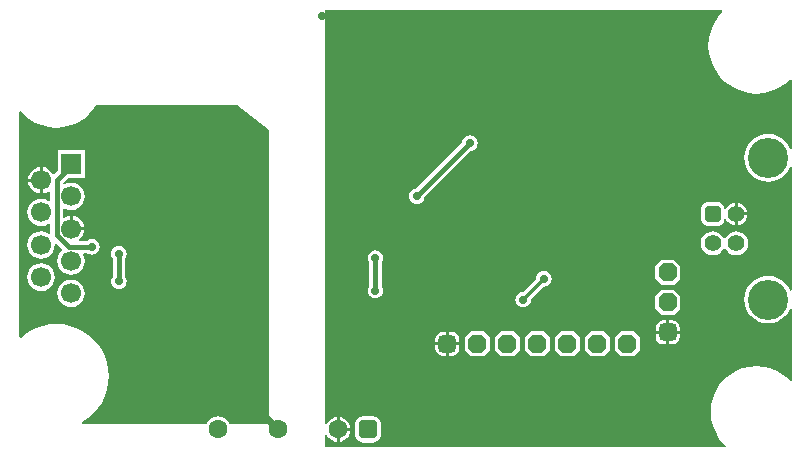
<source format=gbl>
G04*
G04 #@! TF.GenerationSoftware,Altium Limited,Altium Designer,23.2.1 (34)*
G04*
G04 Layer_Physical_Order=2*
G04 Layer_Color=16711680*
%FSLAX25Y25*%
%MOIN*%
G70*
G04*
G04 #@! TF.SameCoordinates,F4FF07CF-D98B-406E-856D-297B6A820A95*
G04*
G04*
G04 #@! TF.FilePolarity,Positive*
G04*
G01*
G75*
%ADD30C,0.01181*%
%ADD66C,0.01575*%
%ADD67C,0.02362*%
%ADD71C,0.06693*%
%ADD72R,0.06693X0.06693*%
G04:AMPARAMS|DCode=73|XSize=59.06mil|YSize=59.06mil|CornerRadius=0mil|HoleSize=0mil|Usage=FLASHONLY|Rotation=0.000|XOffset=0mil|YOffset=0mil|HoleType=Round|Shape=Octagon|*
%AMOCTAGOND73*
4,1,8,0.02953,-0.01476,0.02953,0.01476,0.01476,0.02953,-0.01476,0.02953,-0.02953,0.01476,-0.02953,-0.01476,-0.01476,-0.02953,0.01476,-0.02953,0.02953,-0.01476,0.0*
%
%ADD73OCTAGOND73*%

G04:AMPARAMS|DCode=74|XSize=59.06mil|YSize=59.06mil|CornerRadius=14.76mil|HoleSize=0mil|Usage=FLASHONLY|Rotation=0.000|XOffset=0mil|YOffset=0mil|HoleType=Round|Shape=RoundedRectangle|*
%AMROUNDEDRECTD74*
21,1,0.05906,0.02953,0,0,0.0*
21,1,0.02953,0.05906,0,0,0.0*
1,1,0.02953,0.01476,-0.01476*
1,1,0.02953,-0.01476,-0.01476*
1,1,0.02953,-0.01476,0.01476*
1,1,0.02953,0.01476,0.01476*
%
%ADD74ROUNDEDRECTD74*%
G04:AMPARAMS|DCode=75|XSize=59.06mil|YSize=59.06mil|CornerRadius=0mil|HoleSize=0mil|Usage=FLASHONLY|Rotation=90.000|XOffset=0mil|YOffset=0mil|HoleType=Round|Shape=Octagon|*
%AMOCTAGOND75*
4,1,8,0.01476,0.02953,-0.01476,0.02953,-0.02953,0.01476,-0.02953,-0.01476,-0.01476,-0.02953,0.01476,-0.02953,0.02953,-0.01476,0.02953,0.01476,0.01476,0.02953,0.0*
%
%ADD75OCTAGOND75*%

G04:AMPARAMS|DCode=76|XSize=59.06mil|YSize=59.06mil|CornerRadius=14.76mil|HoleSize=0mil|Usage=FLASHONLY|Rotation=90.000|XOffset=0mil|YOffset=0mil|HoleType=Round|Shape=RoundedRectangle|*
%AMROUNDEDRECTD76*
21,1,0.05906,0.02953,0,0,90.0*
21,1,0.02953,0.05906,0,0,90.0*
1,1,0.02953,0.01476,0.01476*
1,1,0.02953,0.01476,-0.01476*
1,1,0.02953,-0.01476,-0.01476*
1,1,0.02953,-0.01476,0.01476*
%
%ADD76ROUNDEDRECTD76*%
%ADD77C,0.13386*%
%ADD78C,0.05512*%
G04:AMPARAMS|DCode=79|XSize=55.12mil|YSize=55.12mil|CornerRadius=13.78mil|HoleSize=0mil|Usage=FLASHONLY|Rotation=90.000|XOffset=0mil|YOffset=0mil|HoleType=Round|Shape=RoundedRectangle|*
%AMROUNDEDRECTD79*
21,1,0.05512,0.02756,0,0,90.0*
21,1,0.02756,0.05512,0,0,90.0*
1,1,0.02756,0.01378,0.01378*
1,1,0.02756,0.01378,-0.01378*
1,1,0.02756,-0.01378,-0.01378*
1,1,0.02756,-0.01378,0.01378*
%
%ADD79ROUNDEDRECTD79*%
%ADD80C,0.06299*%
G04:AMPARAMS|DCode=81|XSize=62.99mil|YSize=62.99mil|CornerRadius=15.75mil|HoleSize=0mil|Usage=FLASHONLY|Rotation=0.000|XOffset=0mil|YOffset=0mil|HoleType=Round|Shape=RoundedRectangle|*
%AMROUNDEDRECTD81*
21,1,0.06299,0.03150,0,0,0.0*
21,1,0.03150,0.06299,0,0,0.0*
1,1,0.03150,0.01575,-0.01575*
1,1,0.03150,-0.01575,-0.01575*
1,1,0.03150,-0.01575,0.01575*
1,1,0.03150,0.01575,0.01575*
%
%ADD81ROUNDEDRECTD81*%
%ADD82C,0.02756*%
G36*
X93504Y109663D02*
X93504Y80568D01*
X93504Y77906D01*
Y68835D01*
X93504Y60590D01*
Y56384D01*
Y52904D01*
Y41600D01*
X93504Y40000D01*
Y33825D01*
Y31745D01*
Y27559D01*
Y23373D01*
X93504Y20802D01*
Y17630D01*
Y12807D01*
X93497Y12802D01*
X92832Y11935D01*
X92781Y11811D01*
X80349D01*
X80256Y12036D01*
X79559Y12945D01*
X78650Y13642D01*
X77592Y14080D01*
X76457Y14230D01*
X75321Y14080D01*
X74263Y13642D01*
X73355Y12945D01*
X72657Y12036D01*
X72564Y11811D01*
X53329D01*
X31117Y11811D01*
X31003Y12298D01*
X31243Y12416D01*
X33145Y13687D01*
X34864Y15195D01*
X36372Y16915D01*
X37643Y18816D01*
X38655Y20868D01*
X39390Y23033D01*
X39836Y25277D01*
X39985Y27559D01*
X39836Y29841D01*
X39390Y32085D01*
X38655Y34251D01*
X37643Y36302D01*
X36372Y38203D01*
X34864Y39923D01*
X33145Y41431D01*
X31243Y42702D01*
X29191Y43714D01*
X27026Y44449D01*
X24782Y44895D01*
X22500Y45044D01*
X20218Y44895D01*
X17974Y44449D01*
X15809Y43714D01*
X13757Y42702D01*
X11856Y41431D01*
X10679Y40399D01*
X10223Y40606D01*
Y50611D01*
X10223Y71378D01*
Y115801D01*
X10693Y115974D01*
X11520Y115005D01*
X13373Y113422D01*
X15451Y112149D01*
X17702Y111217D01*
X20071Y110648D01*
X22500Y110457D01*
X24929Y110648D01*
X27298Y111217D01*
X29549Y112149D01*
X31627Y113422D01*
X33479Y115005D01*
X35062Y116858D01*
X35830Y118110D01*
X82826D01*
X93504Y109663D01*
D02*
G37*
G36*
X244493Y149361D02*
X244543Y149072D01*
X242951Y147208D01*
X241638Y145065D01*
X240676Y142744D01*
X240090Y140300D01*
X239892Y137795D01*
X240090Y135290D01*
X240676Y132847D01*
X241638Y130526D01*
X242951Y128383D01*
X244583Y126472D01*
X246493Y124840D01*
X248636Y123528D01*
X250957Y122566D01*
X253400Y121979D01*
X255906Y121782D01*
X258411Y121979D01*
X260854Y122566D01*
X263175Y123528D01*
X265318Y124840D01*
X267183Y126433D01*
X267471Y126383D01*
X267683Y126305D01*
Y103461D01*
X267183Y103387D01*
X267170Y103429D01*
X266437Y104800D01*
X265451Y106002D01*
X264249Y106988D01*
X262878Y107721D01*
X261390Y108172D01*
X259842Y108325D01*
X258295Y108172D01*
X256807Y107721D01*
X255436Y106988D01*
X254234Y106002D01*
X253248Y104800D01*
X252515Y103429D01*
X252064Y101941D01*
X251911Y100394D01*
X252064Y98846D01*
X252515Y97359D01*
X253248Y95987D01*
X254234Y94786D01*
X255436Y93799D01*
X256807Y93066D01*
X258295Y92615D01*
X259842Y92463D01*
X261390Y92615D01*
X262878Y93066D01*
X264249Y93799D01*
X265451Y94786D01*
X266437Y95987D01*
X267170Y97359D01*
X267183Y97400D01*
X267683Y97326D01*
Y56217D01*
X267183Y56143D01*
X267170Y56185D01*
X266437Y57556D01*
X265451Y58758D01*
X264249Y59744D01*
X262878Y60477D01*
X261390Y60928D01*
X259842Y61081D01*
X258295Y60928D01*
X256807Y60477D01*
X255436Y59744D01*
X254234Y58758D01*
X253248Y57556D01*
X252515Y56185D01*
X252064Y54697D01*
X251911Y53150D01*
X252064Y51602D01*
X252515Y50115D01*
X253248Y48743D01*
X254234Y47541D01*
X255436Y46555D01*
X256807Y45822D01*
X258295Y45371D01*
X259842Y45219D01*
X261390Y45371D01*
X262878Y45822D01*
X264249Y46555D01*
X265451Y47541D01*
X266437Y48743D01*
X267170Y50115D01*
X267183Y50156D01*
X267683Y50082D01*
Y26049D01*
X267214Y25876D01*
X266670Y26513D01*
X264854Y28064D01*
X262817Y29312D01*
X260610Y30226D01*
X258287Y30784D01*
X255906Y30971D01*
X253524Y30784D01*
X251201Y30226D01*
X248994Y29312D01*
X246957Y28064D01*
X245141Y26513D01*
X243590Y24696D01*
X242341Y22659D01*
X241427Y20452D01*
X240870Y18129D01*
X240682Y15748D01*
X240870Y13367D01*
X241427Y11044D01*
X242341Y8837D01*
X243590Y6800D01*
X245141Y4984D01*
X245777Y4440D01*
X245604Y3971D01*
X112205D01*
Y7958D01*
X112705Y8057D01*
X112832Y7750D01*
X113497Y6883D01*
X114364Y6218D01*
X115373Y5800D01*
X115957Y5723D01*
Y9843D01*
Y13962D01*
X115373Y13885D01*
X114364Y13467D01*
X113497Y12802D01*
X112832Y11935D01*
X112705Y11628D01*
X112205Y11727D01*
Y149572D01*
X244415D01*
X244493Y149361D01*
D02*
G37*
%LPC*%
G36*
X32046Y102893D02*
X22954D01*
Y96109D01*
X21863Y95018D01*
X21359Y95071D01*
X21291Y95153D01*
X20600Y96053D01*
X19692Y96749D01*
X18635Y97187D01*
X18000Y97271D01*
Y92953D01*
Y88635D01*
X18635Y88718D01*
X19692Y89156D01*
X20111Y89478D01*
X20612Y89231D01*
Y86074D01*
X20163Y85853D01*
X19793Y86137D01*
X18687Y86595D01*
X17500Y86751D01*
X16313Y86595D01*
X15207Y86137D01*
X14257Y85408D01*
X13529Y84458D01*
X13071Y83352D01*
X12914Y82165D01*
X13071Y80979D01*
X13529Y79873D01*
X14257Y78923D01*
X15207Y78194D01*
X16313Y77736D01*
X17500Y77580D01*
X18687Y77736D01*
X19793Y78194D01*
X20163Y78478D01*
X20612Y78257D01*
Y75351D01*
X20111Y75105D01*
X19793Y75349D01*
X18687Y75807D01*
X17500Y75964D01*
X16313Y75807D01*
X15207Y75349D01*
X14257Y74620D01*
X13529Y73671D01*
X13071Y72565D01*
X12914Y71378D01*
X13071Y70191D01*
X13529Y69085D01*
X14257Y68135D01*
X15207Y67407D01*
X16313Y66948D01*
X17500Y66792D01*
X18687Y66948D01*
X19793Y67407D01*
X20743Y68135D01*
X21471Y69085D01*
X21929Y70191D01*
X22086Y71378D01*
X22024Y71844D01*
X22498Y72077D01*
X24607Y69969D01*
X24574Y69470D01*
X24257Y69227D01*
X23529Y68277D01*
X23071Y67171D01*
X22914Y65984D01*
X23071Y64797D01*
X23529Y63691D01*
X24257Y62742D01*
X25207Y62013D01*
X26313Y61555D01*
X27500Y61399D01*
X28687Y61555D01*
X29793Y62013D01*
X30743Y62742D01*
X31471Y63691D01*
X31929Y64797D01*
X32086Y65984D01*
X31929Y67171D01*
X31525Y68147D01*
X31755Y68647D01*
X32825D01*
X33119Y68421D01*
X33746Y68162D01*
X34419Y68073D01*
X35092Y68162D01*
X35719Y68421D01*
X36258Y68835D01*
X36671Y69373D01*
X36931Y70000D01*
X37020Y70673D01*
X36931Y71346D01*
X36671Y71973D01*
X36258Y72512D01*
X35719Y72925D01*
X35092Y73185D01*
X34419Y73273D01*
X33746Y73185D01*
X33119Y72925D01*
X32825Y72700D01*
X30154D01*
X29985Y73200D01*
X30600Y73672D01*
X31297Y74580D01*
X31735Y75637D01*
X31818Y76272D01*
X27500D01*
Y76772D01*
X27000D01*
Y81090D01*
X26365Y81006D01*
X25308Y80568D01*
X25113Y80418D01*
X24664Y80639D01*
Y83439D01*
X25113Y83660D01*
X25207Y83588D01*
X26313Y83130D01*
X27500Y82973D01*
X28687Y83130D01*
X29793Y83588D01*
X30743Y84316D01*
X31471Y85266D01*
X31929Y86372D01*
X32086Y87559D01*
X31929Y88746D01*
X31471Y89852D01*
X30743Y90802D01*
X29793Y91530D01*
X28687Y91988D01*
X27500Y92145D01*
X26313Y91988D01*
X25219Y91535D01*
X25081Y91593D01*
X24752Y91757D01*
X24715Y92139D01*
X26376Y93800D01*
X32046D01*
Y102893D01*
D02*
G37*
G36*
X17000Y97271D02*
X16365Y97187D01*
X15308Y96749D01*
X14400Y96053D01*
X13703Y95145D01*
X13265Y94087D01*
X13182Y93453D01*
X17000D01*
Y97271D01*
D02*
G37*
G36*
Y92453D02*
X13182D01*
X13265Y91818D01*
X13703Y90761D01*
X14400Y89853D01*
X15308Y89156D01*
X16365Y88718D01*
X17000Y88635D01*
Y92453D01*
D02*
G37*
G36*
X28000Y81090D02*
Y77272D01*
X31818D01*
X31735Y77906D01*
X31297Y78964D01*
X30600Y79872D01*
X29692Y80568D01*
X28635Y81006D01*
X28000Y81090D01*
D02*
G37*
G36*
X43419Y71039D02*
X42746Y70950D01*
X42119Y70690D01*
X41581Y70277D01*
X41167Y69739D01*
X40908Y69112D01*
X40819Y68439D01*
X40908Y67766D01*
X41167Y67138D01*
X41393Y66845D01*
Y60767D01*
X41167Y60473D01*
X40908Y59846D01*
X40819Y59173D01*
X40908Y58500D01*
X41167Y57873D01*
X41581Y57335D01*
X42119Y56921D01*
X42746Y56662D01*
X43419Y56573D01*
X44092Y56662D01*
X44719Y56921D01*
X45258Y57335D01*
X45671Y57873D01*
X45931Y58500D01*
X46020Y59173D01*
X45931Y59846D01*
X45671Y60473D01*
X45446Y60767D01*
Y66845D01*
X45671Y67138D01*
X45931Y67766D01*
X46020Y68439D01*
X45931Y69112D01*
X45671Y69739D01*
X45258Y70277D01*
X44719Y70690D01*
X44092Y70950D01*
X43419Y71039D01*
D02*
G37*
G36*
X17500Y65176D02*
X16313Y65020D01*
X15207Y64562D01*
X14257Y63833D01*
X13529Y62883D01*
X13071Y61777D01*
X12914Y60590D01*
X13071Y59404D01*
X13529Y58298D01*
X14257Y57348D01*
X15207Y56619D01*
X16313Y56161D01*
X17500Y56005D01*
X18687Y56161D01*
X19793Y56619D01*
X20743Y57348D01*
X21471Y58298D01*
X21929Y59404D01*
X22086Y60590D01*
X21929Y61777D01*
X21471Y62883D01*
X20743Y63833D01*
X19793Y64562D01*
X18687Y65020D01*
X17500Y65176D01*
D02*
G37*
G36*
X27500Y59782D02*
X26313Y59626D01*
X25207Y59168D01*
X24257Y58439D01*
X23529Y57490D01*
X23071Y56384D01*
X22914Y55197D01*
X23071Y54010D01*
X23529Y52904D01*
X24257Y51954D01*
X25207Y51226D01*
X26313Y50767D01*
X27500Y50611D01*
X28687Y50767D01*
X29793Y51226D01*
X30743Y51954D01*
X31471Y52904D01*
X31929Y54010D01*
X32086Y55197D01*
X31929Y56384D01*
X31471Y57490D01*
X30743Y58439D01*
X29793Y59168D01*
X28687Y59626D01*
X27500Y59782D01*
D02*
G37*
G36*
X160433Y107915D02*
X159760Y107827D01*
X159133Y107567D01*
X158595Y107154D01*
X158181Y106615D01*
X157922Y105988D01*
X157873Y105621D01*
X142411Y90158D01*
X142044Y90110D01*
X141416Y89850D01*
X140878Y89437D01*
X140465Y88898D01*
X140205Y88271D01*
X140116Y87598D01*
X140205Y86926D01*
X140465Y86298D01*
X140878Y85760D01*
X141416Y85347D01*
X142044Y85087D01*
X142717Y84998D01*
X143389Y85087D01*
X144017Y85347D01*
X144555Y85760D01*
X144968Y86298D01*
X145228Y86926D01*
X145276Y87293D01*
X160739Y102755D01*
X161106Y102803D01*
X161733Y103063D01*
X162272Y103476D01*
X162685Y104015D01*
X162945Y104642D01*
X163033Y105315D01*
X162945Y105988D01*
X162685Y106615D01*
X162272Y107154D01*
X161733Y107567D01*
X161106Y107827D01*
X160433Y107915D01*
D02*
G37*
G36*
X249713Y85415D02*
Y82193D01*
X252935D01*
X252872Y82673D01*
X252493Y83587D01*
X251891Y84372D01*
X251107Y84974D01*
X250193Y85352D01*
X249713Y85415D01*
D02*
G37*
G36*
X252935Y81193D02*
X249713D01*
Y77970D01*
X250193Y78034D01*
X251107Y78412D01*
X251891Y79014D01*
X252493Y79799D01*
X252872Y80712D01*
X252935Y81193D01*
D02*
G37*
G36*
X242717Y85671D02*
X239961D01*
X239288Y85583D01*
X238661Y85323D01*
X238122Y84909D01*
X237709Y84371D01*
X237449Y83744D01*
X237360Y83071D01*
Y80315D01*
X237449Y79642D01*
X237709Y79015D01*
X238122Y78476D01*
X238661Y78063D01*
X239288Y77803D01*
X239961Y77715D01*
X242717D01*
X243390Y77803D01*
X244017Y78063D01*
X244555Y78476D01*
X244968Y79015D01*
X245228Y79642D01*
X245283Y80059D01*
X245796Y80126D01*
X245932Y79799D01*
X246534Y79014D01*
X247318Y78412D01*
X248232Y78034D01*
X248713Y77970D01*
Y81693D01*
Y85415D01*
X248232Y85352D01*
X247318Y84974D01*
X246534Y84372D01*
X245932Y83587D01*
X245796Y83260D01*
X245283Y83327D01*
X245228Y83744D01*
X244968Y84371D01*
X244555Y84909D01*
X244017Y85323D01*
X243390Y85583D01*
X242717Y85671D01*
D02*
G37*
G36*
X249213Y75840D02*
X248180Y75704D01*
X247218Y75306D01*
X246391Y74672D01*
X245757Y73845D01*
X245546Y73336D01*
X245005D01*
X244794Y73845D01*
X244160Y74672D01*
X243334Y75306D01*
X242371Y75704D01*
X241339Y75840D01*
X240306Y75704D01*
X239344Y75306D01*
X238517Y74672D01*
X237883Y73845D01*
X237485Y72883D01*
X237349Y71850D01*
X237485Y70818D01*
X237883Y69855D01*
X238517Y69029D01*
X239344Y68395D01*
X240306Y67996D01*
X241339Y67860D01*
X242371Y67996D01*
X243334Y68395D01*
X244160Y69029D01*
X244794Y69855D01*
X245005Y70365D01*
X245546D01*
X245757Y69855D01*
X246391Y69029D01*
X247218Y68395D01*
X248180Y67996D01*
X249213Y67860D01*
X250245Y67996D01*
X251208Y68395D01*
X252034Y69029D01*
X252668Y69855D01*
X253067Y70818D01*
X253203Y71850D01*
X253067Y72883D01*
X252668Y73845D01*
X252034Y74672D01*
X251208Y75306D01*
X250245Y75704D01*
X249213Y75840D01*
D02*
G37*
G36*
X228454Y66318D02*
X224302D01*
X222225Y64242D01*
Y60089D01*
X224302Y58013D01*
X228454D01*
X230531Y60089D01*
Y64242D01*
X228454Y66318D01*
D02*
G37*
G36*
X185039Y62640D02*
X184366Y62551D01*
X183739Y62291D01*
X183201Y61878D01*
X182788Y61339D01*
X182528Y60712D01*
X182439Y60039D01*
X182441Y60023D01*
X178166Y55748D01*
X178150Y55750D01*
X177477Y55661D01*
X176849Y55401D01*
X176311Y54988D01*
X175898Y54450D01*
X175638Y53823D01*
X175549Y53150D01*
X175638Y52477D01*
X175898Y51850D01*
X176311Y51311D01*
X176849Y50898D01*
X177477Y50638D01*
X178150Y50549D01*
X178823Y50638D01*
X179450Y50898D01*
X179988Y51311D01*
X180401Y51850D01*
X180661Y52477D01*
X180750Y53150D01*
X180748Y53166D01*
X185023Y57441D01*
X185039Y57439D01*
X185712Y57528D01*
X186339Y57788D01*
X186878Y58201D01*
X187291Y58739D01*
X187551Y59366D01*
X187640Y60039D01*
X187551Y60712D01*
X187291Y61339D01*
X186878Y61878D01*
X186339Y62291D01*
X185712Y62551D01*
X185039Y62640D01*
D02*
G37*
G36*
X128937Y69529D02*
X128264Y69441D01*
X127637Y69181D01*
X127098Y68768D01*
X126685Y68229D01*
X126425Y67602D01*
X126337Y66929D01*
X126425Y66256D01*
X126685Y65629D01*
X126911Y65335D01*
Y57696D01*
X126685Y57402D01*
X126425Y56775D01*
X126337Y56102D01*
X126425Y55429D01*
X126685Y54802D01*
X127098Y54264D01*
X127637Y53851D01*
X128264Y53591D01*
X128937Y53502D01*
X129610Y53591D01*
X130237Y53851D01*
X130776Y54264D01*
X131189Y54802D01*
X131449Y55429D01*
X131537Y56102D01*
X131449Y56775D01*
X131189Y57402D01*
X130963Y57696D01*
Y65335D01*
X131189Y65629D01*
X131449Y66256D01*
X131537Y66929D01*
X131449Y67602D01*
X131189Y68229D01*
X130776Y68768D01*
X130237Y69181D01*
X129610Y69441D01*
X128937Y69529D01*
D02*
G37*
G36*
X228454Y56318D02*
X224302D01*
X222225Y54242D01*
Y50089D01*
X224302Y48013D01*
X228454D01*
X230531Y50089D01*
Y54242D01*
X228454Y56318D01*
D02*
G37*
G36*
X227854Y46167D02*
X226878D01*
Y42665D01*
X230379D01*
Y43642D01*
X230187Y44608D01*
X229640Y45427D01*
X228821Y45974D01*
X227854Y46167D01*
D02*
G37*
G36*
X225878D02*
X224902D01*
X223935Y45974D01*
X223116Y45427D01*
X222569Y44608D01*
X222377Y43642D01*
Y42665D01*
X225878D01*
Y46167D01*
D02*
G37*
G36*
X154390Y42387D02*
X153413D01*
Y38886D01*
X156915D01*
Y39862D01*
X156722Y40828D01*
X156175Y41648D01*
X155356Y42195D01*
X154390Y42387D01*
D02*
G37*
G36*
X152413D02*
X151437D01*
X150471Y42195D01*
X149652Y41648D01*
X149104Y40828D01*
X148912Y39862D01*
Y38886D01*
X152413D01*
Y42387D01*
D02*
G37*
G36*
X230379Y41665D02*
X226878D01*
Y38164D01*
X227854D01*
X228821Y38356D01*
X229640Y38904D01*
X230187Y39723D01*
X230379Y40689D01*
Y41665D01*
D02*
G37*
G36*
X225878D02*
X222377D01*
Y40689D01*
X222569Y39723D01*
X223116Y38904D01*
X223935Y38356D01*
X224902Y38164D01*
X225878D01*
Y41665D01*
D02*
G37*
G36*
X156915Y37886D02*
X153413D01*
Y34385D01*
X154390D01*
X155356Y34577D01*
X156175Y35124D01*
X156722Y35943D01*
X156915Y36909D01*
Y37886D01*
D02*
G37*
G36*
X152413D02*
X148912D01*
Y36909D01*
X149104Y35943D01*
X149652Y35124D01*
X150471Y34577D01*
X151437Y34385D01*
X152413D01*
Y37886D01*
D02*
G37*
G36*
X214990Y42539D02*
X210837D01*
X208761Y40462D01*
Y36309D01*
X210837Y34233D01*
X214990D01*
X217066Y36309D01*
Y40462D01*
X214990Y42539D01*
D02*
G37*
G36*
X204990D02*
X200837D01*
X198761Y40462D01*
Y36309D01*
X200837Y34233D01*
X204990D01*
X207066Y36309D01*
Y40462D01*
X204990Y42539D01*
D02*
G37*
G36*
X194990D02*
X190837D01*
X188761Y40462D01*
Y36309D01*
X190837Y34233D01*
X194990D01*
X197066Y36309D01*
Y40462D01*
X194990Y42539D01*
D02*
G37*
G36*
X184990D02*
X180837D01*
X178761Y40462D01*
Y36309D01*
X180837Y34233D01*
X184990D01*
X187066Y36309D01*
Y40462D01*
X184990Y42539D01*
D02*
G37*
G36*
X174990D02*
X170837D01*
X168761Y40462D01*
Y36309D01*
X170837Y34233D01*
X174990D01*
X177066Y36309D01*
Y40462D01*
X174990Y42539D01*
D02*
G37*
G36*
X164990D02*
X160837D01*
X158761Y40462D01*
Y36309D01*
X160837Y34233D01*
X164990D01*
X167066Y36309D01*
Y40462D01*
X164990Y42539D01*
D02*
G37*
G36*
X116957Y13962D02*
Y10343D01*
X120576D01*
X120500Y10926D01*
X120081Y11935D01*
X119416Y12802D01*
X118549Y13467D01*
X117540Y13885D01*
X116957Y13962D01*
D02*
G37*
G36*
X120576Y9342D02*
X116957D01*
Y5723D01*
X117540Y5800D01*
X118549Y6218D01*
X119416Y6883D01*
X120081Y7750D01*
X120500Y8759D01*
X120576Y9342D01*
D02*
G37*
G36*
X128032Y14216D02*
X124882D01*
X124158Y14121D01*
X123483Y13841D01*
X122903Y13396D01*
X122458Y12817D01*
X122178Y12142D01*
X122083Y11417D01*
Y8268D01*
X122178Y7543D01*
X122458Y6868D01*
X122903Y6289D01*
X123483Y5844D01*
X124158Y5564D01*
X124882Y5469D01*
X128032D01*
X128756Y5564D01*
X129431Y5844D01*
X130010Y6289D01*
X130455Y6868D01*
X130735Y7543D01*
X130830Y8268D01*
Y11417D01*
X130735Y12142D01*
X130455Y12817D01*
X130010Y13396D01*
X129431Y13841D01*
X128756Y14121D01*
X128032Y14216D01*
D02*
G37*
%LPD*%
D30*
X178150Y53150D02*
X185039Y60039D01*
D66*
X142717Y87598D02*
X160433Y105315D01*
X128937Y56102D02*
Y66929D01*
X29461Y70718D02*
X29506Y70673D01*
X34419D01*
X22638Y74803D02*
X26723Y70718D01*
X29461D01*
X22638Y92927D02*
X27919Y98209D01*
X22638Y74803D02*
Y92927D01*
X43419Y59173D02*
Y68439D01*
D67*
X87598Y16732D02*
X89567D01*
X96457Y9843D01*
D71*
X17500Y71378D02*
D03*
Y82165D02*
D03*
X27500Y76772D02*
D03*
Y87559D02*
D03*
Y65984D02*
D03*
Y55197D02*
D03*
X17500Y92953D02*
D03*
Y60590D02*
D03*
D72*
X27500Y98347D02*
D03*
D73*
X202913Y38386D02*
D03*
X162913D02*
D03*
X172913D02*
D03*
X182913D02*
D03*
X192913D02*
D03*
X212913D02*
D03*
D74*
X152913D02*
D03*
D75*
X226378Y62165D02*
D03*
Y52165D02*
D03*
D76*
Y42165D02*
D03*
D77*
X259842Y53150D02*
D03*
Y100394D02*
D03*
D78*
X249213Y71850D02*
D03*
Y81693D02*
D03*
X241339Y71850D02*
D03*
D79*
Y81693D02*
D03*
D80*
X96457Y9843D02*
D03*
X76457D02*
D03*
X116457D02*
D03*
D81*
X126457Y9843D02*
D03*
D82*
X160433Y105315D02*
D03*
X201772Y134843D02*
D03*
X191929D02*
D03*
X206693D02*
D03*
X198819Y100394D02*
D03*
X179602Y68085D02*
D03*
X185039Y60039D02*
D03*
X178150Y53150D02*
D03*
X128937Y56102D02*
D03*
Y66929D02*
D03*
X182913Y19685D02*
D03*
X141732Y69882D02*
D03*
X163386Y58661D02*
D03*
X205709Y48228D02*
D03*
X121063Y78740D02*
D03*
X119095Y69882D02*
D03*
X142717Y87598D02*
D03*
X226512Y90811D02*
D03*
X237512Y106811D02*
D03*
X228512Y110811D02*
D03*
X165354Y79724D02*
D03*
X123031Y47244D02*
D03*
X71419Y49673D02*
D03*
X111221Y147638D02*
D03*
X118872Y102173D02*
D03*
X34419Y70673D02*
D03*
X43419Y68439D02*
D03*
X87372Y70173D02*
D03*
X78919Y61173D02*
D03*
Y93173D02*
D03*
X71919Y81173D02*
D03*
X87872Y102173D02*
D03*
X43419Y59173D02*
D03*
X44419Y39673D02*
D03*
X52419Y71673D02*
D03*
Y83673D02*
D03*
X51181Y107283D02*
D03*
M02*

</source>
